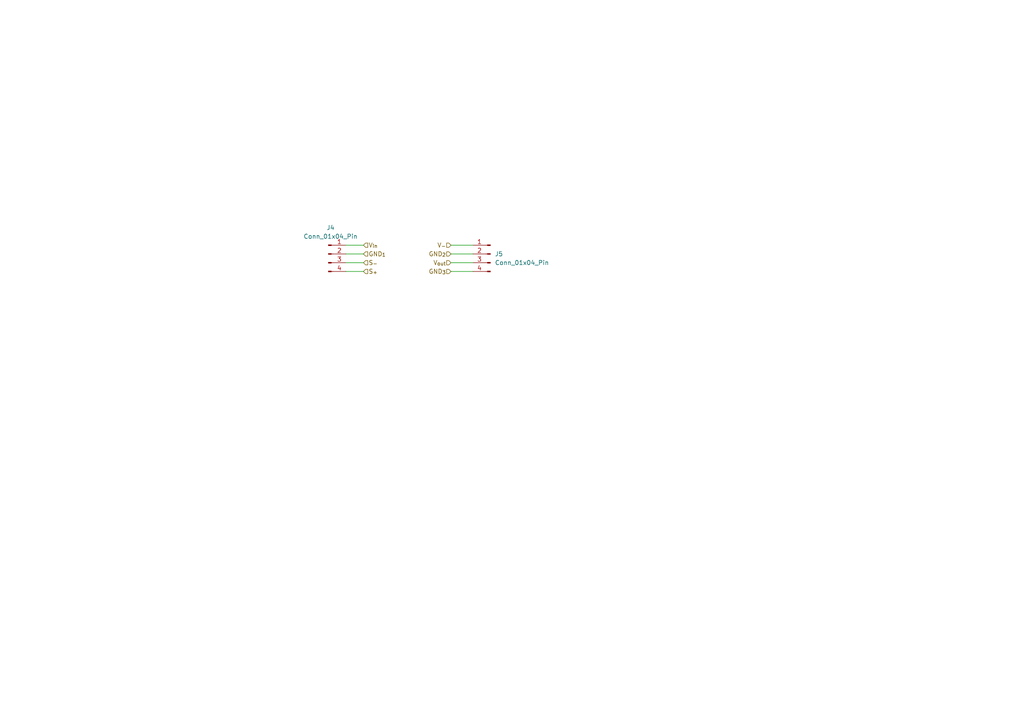
<source format=kicad_sch>
(kicad_sch (version 20250114) (generator "eeschema") (generator_version "9.0")
  (paper "A4")
  (lib_symbols
    (symbol "Connector:Conn_01x04_Pin" (pin_names (offset 1.016) (hide yes))
      (property "Reference" "J" (at 0 5.08 0))
      (property "Value" "Conn_01x04_Pin" (at 0 -7.62 0))
      (symbol "Conn_01x04_Pin_1_1"
        (rectangle (start 0.8636 2.667) (end 0 2.413) (stroke (width 0.1524)) (fill (type outline)))
        (rectangle (start 0.8636 0.127) (end 0 -0.127) (stroke (width 0.1524)) (fill (type outline)))
        (rectangle (start 0.8636 -2.413) (end 0 -2.667) (stroke (width 0.1524)) (fill (type outline)))
        (rectangle (start 0.8636 -4.953) (end 0 -5.207) (stroke (width 0.1524)) (fill (type outline)))
        (polyline (pts (xy 1.27 2.54) (xy 0.8636 2.54)) (stroke (width 0.1524)))
        (polyline (pts (xy 1.27 0) (xy 0.8636 0)) (stroke (width 0.1524)))
        (polyline (pts (xy 1.27 -2.54) (xy 0.8636 -2.54)) (stroke (width 0.1524)))
        (polyline (pts (xy 1.27 -5.08) (xy 0.8636 -5.08)) (stroke (width 0.1524)))
        (pin passive line (at 5.08 2.54 180) (length 3.81) (name "Pin_1") (number "1"))
        (pin passive line (at 5.08 0 180) (length 3.81) (name "Pin_2") (number "2"))
        (pin passive line (at 5.08 -2.54 180) (length 3.81) (name "Pin_3") (number "3"))
        (pin passive line (at 5.08 -5.08 180) (length 3.81) (name "Pin_4") (number "4"))
      )
    )
  )
  (wire (pts (xy 130.81 78.74) (xy 137.16 78.74)))
  (wire (pts (xy 100.33 76.2) (xy 105.41 76.2)))
  (wire (pts (xy 100.33 78.74) (xy 105.41 78.74)))
  (wire (pts (xy 130.81 71.12) (xy 137.16 71.12)))
  (wire (pts (xy 100.33 73.66) (xy 105.41 73.66)))
  (wire (pts (xy 130.81 76.2) (xy 137.16 76.2)))
  (wire (pts (xy 100.33 71.12) (xy 105.41 71.12)))
  (wire (pts (xy 130.81 73.66) (xy 137.16 73.66)))
  (hierarchical_label "V_{out}" (shape input) (at 130.81 76.2 180))
  (hierarchical_label "GND_{3}" (shape input) (at 130.81 78.74 180))
  (hierarchical_label "V_{in}" (shape input) (at 105.41 71.12 0))
  (hierarchical_label "GND_{2}" (shape input) (at 130.81 73.66 180))
  (hierarchical_label "S_{+}" (shape input) (at 105.41 78.74 0))
  (hierarchical_label "S_{-}" (shape input) (at 105.41 76.2 0))
  (hierarchical_label "GND_{1}" (shape input) (at 105.41 73.66 0))
  (hierarchical_label "V_{-}" (shape input) (at 130.81 71.12 180))
  (symbol (lib_id "Connector:Conn_01x04_Pin") (at 142.24 73.66 0) (mirror y) (unit 1)
    (property "Reference" "J5" (at 143.51 73.6599 0) (effects (justify right)))
    (property "Value" "Conn_01x04_Pin" (at 143.51 76.1999 0) (effects (justify right)))
    (property "Footprint" "Connector_PinSocket_2.54mm:PinSocket_1x04_P2.54mm_Vertical" (effects (hide yes)))
    (property "Description" "Generic connector, single row, 01x04, script generated" (effects (hide yes)))
  )
  (symbol (lib_id "Connector:Conn_01x04_Pin") (at 95.25 73.66 0) (unit 1)
    (property "Reference" "J4" (at 95.885 66.04 0))
    (property "Value" "Conn_01x04_Pin" (at 95.885 68.58 0))
    (property "Footprint" "Connector_PinSocket_2.54mm:PinSocket_1x04_P2.54mm_Vertical" (effects (hide yes)))
    (property "Description" "Generic connector, single row, 01x04, script generated" (effects (hide yes)))
  )
)
</source>
